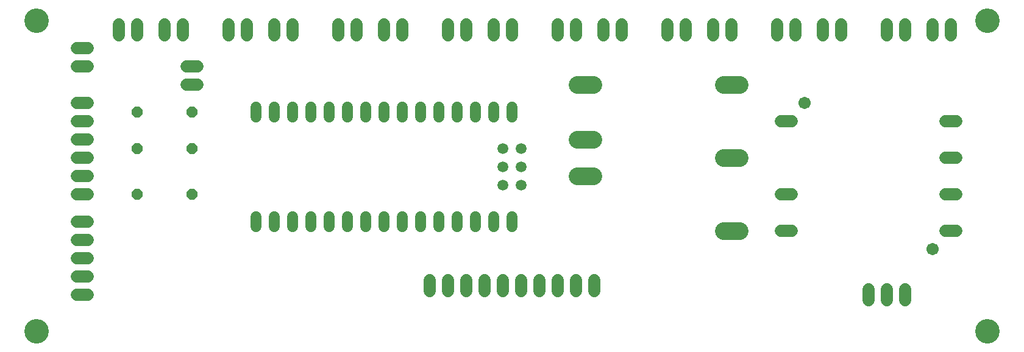
<source format=gbr>
G04 EAGLE Gerber X2 export*
%TF.Part,Single*%
%TF.FileFunction,Soldermask,Bot,1*%
%TF.FilePolarity,Negative*%
%TF.GenerationSoftware,Autodesk,EAGLE,9.1.0*%
%TF.CreationDate,2019-05-29T07:05:15Z*%
G75*
%MOMM*%
%FSLAX34Y34*%
%LPD*%
%AMOC8*
5,1,8,0,0,1.08239X$1,22.5*%
G01*
%ADD10C,3.403200*%
%ADD11C,1.711200*%
%ADD12C,1.703200*%
%ADD13C,1.727200*%
%ADD14P,1.649562X8X22.500000*%
%ADD15C,1.511200*%
%ADD16C,1.511200*%
%ADD17C,2.453200*%


D10*
X25400Y25400D03*
X25400Y457200D03*
X1346200Y25400D03*
X1346200Y457200D03*
D11*
X1074340Y165100D02*
X1059260Y165100D01*
X1059260Y215900D02*
X1074340Y215900D01*
X1074340Y317500D02*
X1059260Y317500D01*
X1287860Y165100D02*
X1302940Y165100D01*
X1302940Y215900D02*
X1287860Y215900D01*
X1287860Y266700D02*
X1302940Y266700D01*
X1302940Y317500D02*
X1287860Y317500D01*
D12*
X1092200Y342900D03*
X1270000Y139700D03*
D13*
X228600Y436880D02*
X228600Y452120D01*
X203200Y452120D02*
X203200Y436880D01*
X381000Y436880D02*
X381000Y452120D01*
X355600Y452120D02*
X355600Y436880D01*
X533400Y436880D02*
X533400Y452120D01*
X508000Y452120D02*
X508000Y436880D01*
X685800Y436880D02*
X685800Y452120D01*
X660400Y452120D02*
X660400Y436880D01*
X838200Y436880D02*
X838200Y452120D01*
X812800Y452120D02*
X812800Y436880D01*
X990600Y436880D02*
X990600Y452120D01*
X965200Y452120D02*
X965200Y436880D01*
X1143000Y436880D02*
X1143000Y452120D01*
X1117600Y452120D02*
X1117600Y436880D01*
X1295400Y436880D02*
X1295400Y452120D01*
X1270000Y452120D02*
X1270000Y436880D01*
X1181100Y83820D02*
X1181100Y68580D01*
X1206500Y68580D02*
X1206500Y83820D01*
X1231900Y83820D02*
X1231900Y68580D01*
D14*
X165100Y330200D03*
X241300Y330200D03*
X165100Y279400D03*
X241300Y279400D03*
X165100Y215900D03*
X241300Y215900D03*
D13*
X165100Y436880D02*
X165100Y452120D01*
X139700Y452120D02*
X139700Y436880D01*
X317500Y436880D02*
X317500Y452120D01*
X292100Y452120D02*
X292100Y436880D01*
X469900Y436880D02*
X469900Y452120D01*
X444500Y452120D02*
X444500Y436880D01*
X622300Y436880D02*
X622300Y452120D01*
X596900Y452120D02*
X596900Y436880D01*
X774700Y436880D02*
X774700Y452120D01*
X749300Y452120D02*
X749300Y436880D01*
X927100Y436880D02*
X927100Y452120D01*
X901700Y452120D02*
X901700Y436880D01*
X1079500Y436880D02*
X1079500Y452120D01*
X1054100Y452120D02*
X1054100Y436880D01*
X1231900Y436880D02*
X1231900Y452120D01*
X1206500Y452120D02*
X1206500Y436880D01*
X96520Y241300D02*
X81280Y241300D01*
X81280Y215900D02*
X96520Y215900D01*
X96520Y292100D02*
X81280Y292100D01*
X81280Y266700D02*
X96520Y266700D01*
X96520Y342900D02*
X81280Y342900D01*
X81280Y317500D02*
X96520Y317500D01*
X800100Y96520D02*
X800100Y81280D01*
X774700Y81280D02*
X774700Y96520D01*
X749300Y96520D02*
X749300Y81280D01*
X723900Y81280D02*
X723900Y96520D01*
X698500Y96520D02*
X698500Y81280D01*
X673100Y81280D02*
X673100Y96520D01*
X647700Y96520D02*
X647700Y81280D01*
X622300Y81280D02*
X622300Y96520D01*
X596900Y96520D02*
X596900Y81280D01*
X571500Y81280D02*
X571500Y96520D01*
D15*
X685800Y323660D02*
X685800Y336740D01*
X660400Y336740D02*
X660400Y323660D01*
X635000Y323660D02*
X635000Y336740D01*
X609600Y336740D02*
X609600Y323660D01*
X584200Y323660D02*
X584200Y336740D01*
X558800Y336740D02*
X558800Y323660D01*
X533400Y323660D02*
X533400Y336740D01*
X508000Y336740D02*
X508000Y323660D01*
X482600Y323660D02*
X482600Y336740D01*
X457200Y336740D02*
X457200Y323660D01*
X431800Y323660D02*
X431800Y336740D01*
X406400Y336740D02*
X406400Y323660D01*
X685800Y184340D02*
X685800Y171260D01*
X660400Y171260D02*
X660400Y184340D01*
X635000Y184340D02*
X635000Y171260D01*
X482600Y171260D02*
X482600Y184340D01*
X457200Y184340D02*
X457200Y171260D01*
X431800Y171260D02*
X431800Y184340D01*
X406400Y184340D02*
X406400Y171260D01*
X330200Y171260D02*
X330200Y184340D01*
X330200Y323660D02*
X330200Y336740D01*
X355600Y336740D02*
X355600Y323660D01*
X381000Y323660D02*
X381000Y336740D01*
X355600Y184340D02*
X355600Y171260D01*
X381000Y171260D02*
X381000Y184340D01*
X609600Y184340D02*
X609600Y171260D01*
D16*
X673100Y228600D03*
X673100Y254000D03*
X673100Y279400D03*
D15*
X508000Y184340D02*
X508000Y171260D01*
X533400Y171260D02*
X533400Y184340D01*
X558800Y184340D02*
X558800Y171260D01*
X584200Y171260D02*
X584200Y184340D01*
D16*
X698500Y228600D03*
X698500Y254000D03*
X698500Y279400D03*
D17*
X776150Y368300D02*
X798650Y368300D01*
X798650Y241300D02*
X776150Y241300D01*
X776150Y292100D02*
X798650Y292100D01*
X979350Y165100D02*
X1001850Y165100D01*
X1001850Y266700D02*
X979350Y266700D01*
X979350Y368300D02*
X1001850Y368300D01*
D13*
X96520Y419100D02*
X81280Y419100D01*
X81280Y393700D02*
X96520Y393700D01*
X233680Y368300D02*
X248920Y368300D01*
X248920Y393700D02*
X233680Y393700D01*
X96520Y76200D02*
X81280Y76200D01*
X81280Y101600D02*
X96520Y101600D01*
X96520Y127000D02*
X81280Y127000D01*
X81280Y152400D02*
X96520Y152400D01*
X96520Y177800D02*
X81280Y177800D01*
M02*

</source>
